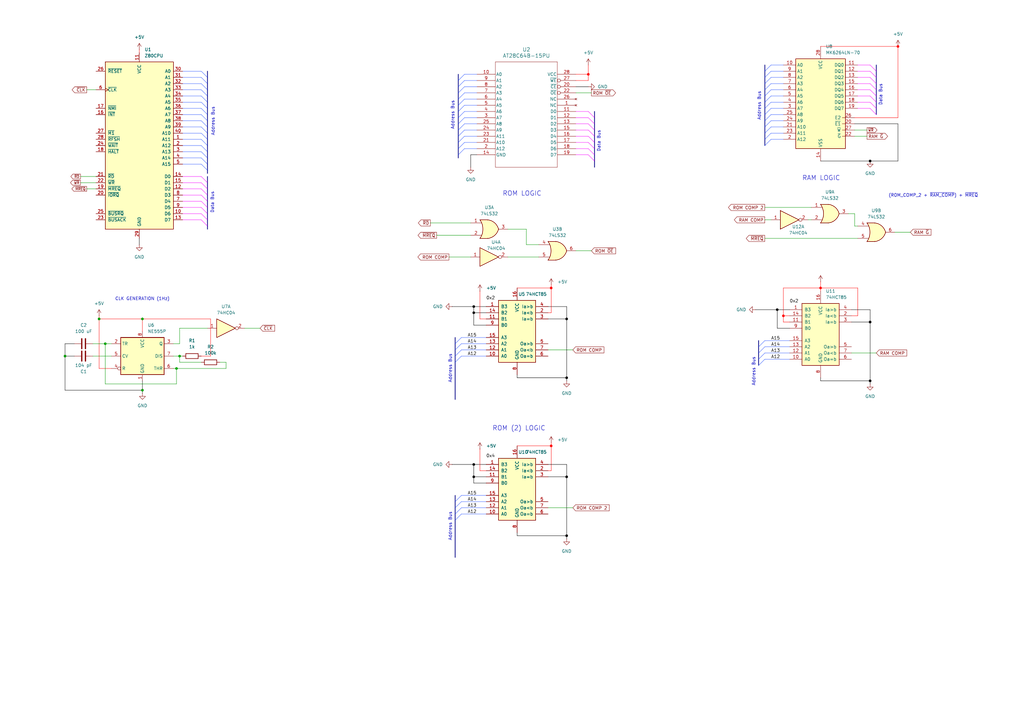
<source format=kicad_sch>
(kicad_sch (version 20250114) (generator "eeschema") (generator_version "9.0")
  (paper "A3")
  (text "(ROM_COMP_2 + ~{RAM_COMP}) + ~{MREQ}" (at 382.778 80.264 0) (effects (font (size 1.27 1.27))))
  (text "Address Bus" (at 184.658 215.9 90) (effects (font (size 1.27 1.27))))
  (text "CLK GENERATION (1Hz)" (at 58.42 122.682 0) (effects (font (size 1.27 1.27))))
  (text "RAM LOGIC" (at 336.804 73.152 0) (effects (font (size 1.905 1.905))))
  (text "ROM LOGIC" (at 214.122 79.502 0) (effects (font (size 1.905 1.905))))
  (text "Data Bus" (at 361.188 38.862 90) (effects (font (size 1.27 1.27))))
  (text "Address Bus" (at 184.658 151.13 90) (effects (font (size 1.27 1.27))))
  (text "Address Bus" (at 87.376 49.784 90) (effects (font (size 1.27 1.27))))
  (text "ROM (2) LOGIC" (at 212.852 175.768 0) (effects (font (size 1.905 1.905))))
  (text "Address Bus" (at 309.118 152.4 90) (effects (font (size 1.27 1.27))))
  (text "Address Bus" (at 311.404 43.434 90) (effects (font (size 1.27 1.27))))
  (text "Address Bus" (at 185.674 47.244 90) (effects (font (size 1.27 1.27))))
  (text "Data Bus" (at 245.618 57.912 90) (effects (font (size 1.27 1.27))))
  (text "Data Bus" (at 87.122 83.058 90) (effects (font (size 1.27 1.27))))
  (junction (at 241.3 30.48) (color 255 0 0 1))
  (junction (at 226.06 182.88) (color 255 0 0 1))
  (junction (at 58.42 160.02))
  (junction (at 26.67 146.05))
  (junction (at 356.87 132.08) (color 0 0 0 1))
  (junction (at 232.41 154.94) (color 0 0 0 1))
  (junction (at 336.55 118.11) (color 255 0 0 1))
  (junction (at 73.66 146.05))
  (junction (at 318.77 127) (color 0 0 0 1))
  (junction (at 321.31 129.54) (color 255 0 0 1))
  (junction (at 226.06 118.11) (color 255 0 0 1))
  (junction (at 232.41 130.81) (color 0 0 0 1))
  (junction (at 194.31 125.73) (color 0 0 0 1))
  (junction (at 194.31 128.27) (color 0 0 0 1))
  (junction (at 194.31 195.58) (color 0 0 0 1))
  (junction (at 72.39 151.13))
  (junction (at 356.87 156.21) (color 0 0 0 1))
  (junction (at 194.31 190.5) (color 0 0 0 1))
  (junction (at 58.42 130.81))
  (junction (at 368.3 19.05) (color 255 0 0 1))
  (junction (at 43.18 140.97))
  (junction (at 356.87 66.04) (color 0 0 0 1))
  (junction (at 232.41 219.71) (color 0 0 0 1))
  (junction (at 232.41 195.58) (color 0 0 0 1))
  (junction (at 40.64 130.81))
  (bus_entry (at 241.3 45.72) (size 2.54 2.54) (stroke (width 0) (color 246 7 255 1)))
  (bus_entry (at 190.5 43.18) (size -2.54 2.54) (stroke (width 0) (color 52 92 255 1)))
  (bus_entry (at 186.69 140.97) (size 2.54 -2.54) (stroke (width 0) (color 52 92 255 1)))
  (bus_entry (at 316.23 57.15) (size -2.54 2.54) (stroke (width 0) (color 52 92 255 1)))
  (bus_entry (at 241.3 55.88) (size 2.54 2.54) (stroke (width 0) (color 246 7 255 1)))
  (bus_entry (at 316.23 46.99) (size -2.54 2.54) (stroke (width 0) (color 52 92 255 1)))
  (bus_entry (at 356.87 26.67) (size 2.54 2.54) (stroke (width 0) (color 246 7 255 1)))
  (bus_entry (at 186.69 213.36) (size 2.54 -2.54) (stroke (width 0) (color 52 92 255 1)))
  (bus_entry (at 82.55 49.53) (size 2.54 2.54) (stroke (width 0) (color 52 92 255 1)))
  (bus_entry (at 316.23 39.37) (size -2.54 2.54) (stroke (width 0) (color 52 92 255 1)))
  (bus_entry (at 241.3 50.8) (size 2.54 2.54) (stroke (width 0) (color 246 7 255 1)))
  (bus_entry (at 316.23 31.75) (size -2.54 2.54) (stroke (width 0) (color 52 92 255 1)))
  (bus_entry (at 356.87 34.29) (size 2.54 2.54) (stroke (width 0) (color 246 7 255 1)))
  (bus_entry (at 82.55 62.23) (size 2.54 2.54) (stroke (width 0) (color 52 92 255 1)))
  (bus_entry (at 82.55 77.47) (size 2.54 2.54) (stroke (width 0) (color 246 7 255 1)))
  (bus_entry (at 82.55 41.91) (size 2.54 2.54) (stroke (width 0) (color 52 92 255 1)))
  (bus_entry (at 316.23 41.91) (size -2.54 2.54) (stroke (width 0) (color 52 92 255 1)))
  (bus_entry (at 316.23 54.61) (size -2.54 2.54) (stroke (width 0) (color 52 92 255 1)))
  (bus_entry (at 311.15 142.24) (size 2.54 -2.54) (stroke (width 0) (color 52 92 255 1)))
  (bus_entry (at 82.55 85.09) (size 2.54 2.54) (stroke (width 0) (color 246 7 255 1)))
  (bus_entry (at 316.23 49.53) (size -2.54 2.54) (stroke (width 0) (color 52 92 255 1)))
  (bus_entry (at 82.55 57.15) (size 2.54 2.54) (stroke (width 0) (color 52 92 255 1)))
  (bus_entry (at 82.55 34.29) (size 2.54 2.54) (stroke (width 0) (color 52 92 255 1)))
  (bus_entry (at 82.55 36.83) (size 2.54 2.54) (stroke (width 0) (color 52 92 255 1)))
  (bus_entry (at 311.15 144.78) (size 2.54 -2.54) (stroke (width 0) (color 52 92 255 1)))
  (bus_entry (at 316.23 34.29) (size -2.54 2.54) (stroke (width 0) (color 52 92 255 1)))
  (bus_entry (at 190.5 35.56) (size -2.54 2.54) (stroke (width 0) (color 52 92 255 1)))
  (bus_entry (at 82.55 72.39) (size 2.54 2.54) (stroke (width 0) (color 246 7 255 1)))
  (bus_entry (at 82.55 44.45) (size 2.54 2.54) (stroke (width 0) (color 52 92 255 1)))
  (bus_entry (at 356.87 41.91) (size 2.54 2.54) (stroke (width 0) (color 246 7 255 1)))
  (bus_entry (at 190.5 55.88) (size -2.54 2.54) (stroke (width 0) (color 52 92 255 1)))
  (bus_entry (at 311.15 149.86) (size 2.54 -2.54) (stroke (width 0) (color 52 92 255 1)))
  (bus_entry (at 316.23 26.67) (size -2.54 2.54) (stroke (width 0) (color 52 92 255 1)))
  (bus_entry (at 82.55 90.17) (size 2.54 2.54) (stroke (width 0) (color 246 7 255 1)))
  (bus_entry (at 82.55 52.07) (size 2.54 2.54) (stroke (width 0) (color 52 92 255 1)))
  (bus_entry (at 190.5 33.02) (size -2.54 2.54) (stroke (width 0) (color 52 92 255 1)))
  (bus_entry (at 241.3 48.26) (size 2.54 2.54) (stroke (width 0) (color 246 7 255 1)))
  (bus_entry (at 82.55 67.31) (size 2.54 2.54) (stroke (width 0) (color 52 92 255 1)))
  (bus_entry (at 316.23 52.07) (size -2.54 2.54) (stroke (width 0) (color 52 92 255 1)))
  (bus_entry (at 82.55 59.69) (size 2.54 2.54) (stroke (width 0) (color 52 92 255 1)))
  (bus_entry (at 190.5 60.96) (size -2.54 2.54) (stroke (width 0) (color 52 92 255 1)))
  (bus_entry (at 241.3 58.42) (size 2.54 2.54) (stroke (width 0) (color 246 7 255 1)))
  (bus_entry (at 82.55 80.01) (size 2.54 2.54) (stroke (width 0) (color 246 7 255 1)))
  (bus_entry (at 82.55 87.63) (size 2.54 2.54) (stroke (width 0) (color 246 7 255 1)))
  (bus_entry (at 241.3 60.96) (size 2.54 2.54) (stroke (width 0) (color 246 7 255 1)))
  (bus_entry (at 82.55 54.61) (size 2.54 2.54) (stroke (width 0) (color 52 92 255 1)))
  (bus_entry (at 190.5 40.64) (size -2.54 2.54) (stroke (width 0) (color 52 92 255 1)))
  (bus_entry (at 82.55 29.21) (size 2.54 2.54) (stroke (width 0) (color 52 92 255 1)))
  (bus_entry (at 190.5 45.72) (size -2.54 2.54) (stroke (width 0) (color 52 92 255 1)))
  (bus_entry (at 186.69 208.28) (size 2.54 -2.54) (stroke (width 0) (color 52 92 255 1)))
  (bus_entry (at 190.5 58.42) (size -2.54 2.54) (stroke (width 0) (color 52 92 255 1)))
  (bus_entry (at 316.23 29.21) (size -2.54 2.54) (stroke (width 0) (color 52 92 255 1)))
  (bus_entry (at 186.69 148.59) (size 2.54 -2.54) (stroke (width 0) (color 52 92 255 1)))
  (bus_entry (at 311.15 147.32) (size 2.54 -2.54) (stroke (width 0) (color 52 92 255 1)))
  (bus_entry (at 186.69 205.74) (size 2.54 -2.54) (stroke (width 0) (color 52 92 255 1)))
  (bus_entry (at 82.55 82.55) (size 2.54 2.54) (stroke (width 0) (color 246 7 255 1)))
  (bus_entry (at 186.69 146.05) (size 2.54 -2.54) (stroke (width 0) (color 52 92 255 1)))
  (bus_entry (at 190.5 48.26) (size -2.54 2.54) (stroke (width 0) (color 52 92 255 1)))
  (bus_entry (at 356.87 39.37) (size 2.54 2.54) (stroke (width 0) (color 246 7 255 1)))
  (bus_entry (at 186.69 210.82) (size 2.54 -2.54) (stroke (width 0) (color 52 92 255 1)))
  (bus_entry (at 316.23 44.45) (size -2.54 2.54) (stroke (width 0) (color 52 92 255 1)))
  (bus_entry (at 356.87 29.21) (size 2.54 2.54) (stroke (width 0) (color 246 7 255 1)))
  (bus_entry (at 190.5 50.8) (size -2.54 2.54) (stroke (width 0) (color 52 92 255 1)))
  (bus_entry (at 82.55 74.93) (size 2.54 2.54) (stroke (width 0) (color 246 7 255 1)))
  (bus_entry (at 316.23 36.83) (size -2.54 2.54) (stroke (width 0) (color 52 92 255 1)))
  (bus_entry (at 356.87 44.45) (size 2.54 2.54) (stroke (width 0) (color 246 7 255 1)))
  (bus_entry (at 186.69 143.51) (size 2.54 -2.54) (stroke (width 0) (color 52 92 255 1)))
  (bus_entry (at 241.3 63.5) (size 2.54 2.54) (stroke (width 0) (color 246 7 255 1)))
  (bus_entry (at 356.87 36.83) (size 2.54 2.54) (stroke (width 0) (color 246 7 255 1)))
  (bus_entry (at 241.3 53.34) (size 2.54 2.54) (stroke (width 0) (color 246 7 255 1)))
  (bus_entry (at 190.5 53.34) (size -2.54 2.54) (stroke (width 0) (color 52 92 255 1)))
  (bus_entry (at 82.55 46.99) (size 2.54 2.54) (stroke (width 0) (color 52 92 255 1)))
  (bus_entry (at 82.55 39.37) (size 2.54 2.54) (stroke (width 0) (color 52 92 255 1)))
  (bus_entry (at 356.87 31.75) (size 2.54 2.54) (stroke (width 0) (color 246 7 255 1)))
  (bus_entry (at 82.55 64.77) (size 2.54 2.54) (stroke (width 0) (color 52 92 255 1)))
  (bus_entry (at 82.55 31.75) (size 2.54 2.54) (stroke (width 0) (color 52 92 255 1)))
  (bus_entry (at 190.5 30.48) (size -2.54 2.54) (stroke (width 0) (color 52 92 255 1)))
  (bus_entry (at 190.5 38.1) (size -2.54 2.54) (stroke (width 0) (color 52 92 255 1)))
  (wire (pts (xy 232.41 154.94) (xy 232.41 130.81)) (stroke (width 0) (color 0 0 0 1)))
  (bus (pts (xy 85.09 36.83) (xy 85.09 39.37)))
  (wire (pts (xy 236.22 102.87) (xy 242.57 102.87)))
  (bus (pts (xy 85.09 85.09) (xy 85.09 87.63)))
  (bus (pts (xy 187.96 33.02) (xy 187.96 35.56)))
  (bus (pts (xy 313.69 52.07) (xy 313.69 54.61)))
  (bus (pts (xy 85.09 46.99) (xy 85.09 49.53)))
  (wire (pts (xy 316.23 39.37) (xy 321.31 39.37)) (stroke (width 0) (color 52 92 255 1)))
  (wire (pts (xy 74.93 64.77) (xy 82.55 64.77)) (stroke (width 0) (color 52 92 255 1)))
  (wire (pts (xy 232.41 154.94) (xy 232.41 156.21)) (stroke (width 0) (color 0 0 0 1)))
  (wire (pts (xy 26.67 140.97) (xy 30.48 140.97)) (stroke (width 0) (color 0 0 0 1)))
  (wire (pts (xy 74.93 85.09) (xy 82.55 85.09)) (stroke (width 0) (color 246 7 255 1)))
  (wire (pts (xy 350.52 50.8) (xy 368.3 50.8)) (stroke (width 0) (color 0 0 0 1)))
  (bus (pts (xy 85.09 67.31) (xy 85.09 69.85)))
  (wire (pts (xy 212.09 154.94) (xy 212.09 153.67)) (stroke (width 0) (color 0 0 0 1)))
  (wire (pts (xy 318.77 127) (xy 318.77 134.62)) (stroke (width 0) (color 0 0 0 1)))
  (wire (pts (xy 57.15 97.79) (xy 57.15 100.33)) (stroke (width 0) (color 0 0 0 1)))
  (bus (pts (xy 187.96 58.42) (xy 187.96 60.96)))
  (wire (pts (xy 226.06 193.04) (xy 224.79 193.04)) (stroke (width 0) (color 255 0 0 1)))
  (bus (pts (xy 85.09 82.55) (xy 85.09 85.09)))
  (wire (pts (xy 194.31 198.12) (xy 199.39 198.12)) (stroke (width 0) (color 0 0 0 1)))
  (bus (pts (xy 186.69 140.97) (xy 186.69 143.51)))
  (bus (pts (xy 359.41 34.29) (xy 359.41 36.83)))
  (wire (pts (xy 316.23 52.07) (xy 321.31 52.07)) (stroke (width 0) (color 52 92 255 1)))
  (bus (pts (xy 313.69 31.75) (xy 313.69 34.29)))
  (bus (pts (xy 187.96 50.8) (xy 187.96 53.34)))
  (wire (pts (xy 72.39 151.13) (xy 72.39 157.48)))
  (bus (pts (xy 85.09 41.91) (xy 85.09 44.45)))
  (wire (pts (xy 74.93 54.61) (xy 82.55 54.61)) (stroke (width 0) (color 52 92 255 1)))
  (wire (pts (xy 224.79 190.5) (xy 232.41 190.5)) (stroke (width 0) (color 0 0 0 1)))
  (wire (pts (xy 226.06 118.11) (xy 226.06 128.27)) (stroke (width 0) (color 255 0 0 1)))
  (wire (pts (xy 90.17 148.59) (xy 92.71 148.59)))
  (wire (pts (xy 236.22 53.34) (xy 241.3 53.34)) (stroke (width 0) (color 246 7 255 1)))
  (wire (pts (xy 74.93 62.23) (xy 82.55 62.23)) (stroke (width 0) (color 52 92 255 1)))
  (wire (pts (xy 232.41 219.71) (xy 212.09 219.71)) (stroke (width 0) (color 0 0 0 1)))
  (wire (pts (xy 58.42 130.81) (xy 58.42 135.89)) (stroke (width 0) (color 255 0 0 1)))
  (wire (pts (xy 26.67 160.02) (xy 26.67 146.05)) (stroke (width 0) (color 0 0 0 1)))
  (wire (pts (xy 241.3 26.67) (xy 241.3 30.48)) (stroke (width 0) (color 255 0 0 1)))
  (bus (pts (xy 359.41 31.75) (xy 359.41 34.29)))
  (wire (pts (xy 74.93 44.45) (xy 82.55 44.45)) (stroke (width 0) (color 52 92 255 1)))
  (bus (pts (xy 85.09 74.93) (xy 85.09 77.47)))
  (bus (pts (xy 186.69 148.59) (xy 186.69 163.83)))
  (bus (pts (xy 186.69 203.2) (xy 186.69 205.74)))
  (wire (pts (xy 368.3 19.05) (xy 368.3 48.26)) (stroke (width 0) (color 255 0 0 1)))
  (wire (pts (xy 73.66 134.62) (xy 85.09 134.62)))
  (wire (pts (xy 86.36 146.05) (xy 82.55 146.05)) (stroke (width 0) (color 255 0 0 1)))
  (wire (pts (xy 196.85 193.04) (xy 196.85 184.15)) (stroke (width 0) (color 255 0 0 1)))
  (wire (pts (xy 316.23 31.75) (xy 321.31 31.75)) (stroke (width 0) (color 52 92 255 1)))
  (wire (pts (xy 316.23 57.15) (xy 321.31 57.15)) (stroke (width 0) (color 52 92 255 1)))
  (wire (pts (xy 189.23 210.82) (xy 199.39 210.82)) (stroke (width 0) (color 52 92 255 1)))
  (wire (pts (xy 321.31 132.08) (xy 323.85 132.08)) (stroke (width 0) (color 255 0 0 1)))
  (wire (pts (xy 74.93 67.31) (xy 82.55 67.31)) (stroke (width 0) (color 52 92 255 1)))
  (wire (pts (xy 350.52 53.34) (xy 355.6 53.34)))
  (wire (pts (xy 40.64 129.54) (xy 40.64 130.81)) (stroke (width 0) (color 255 0 0 1)))
  (bus (pts (xy 85.09 64.77) (xy 85.09 67.31)))
  (wire (pts (xy 26.67 146.05) (xy 26.67 140.97)) (stroke (width 0) (color 0 0 0 1)))
  (bus (pts (xy 85.09 77.47) (xy 85.09 80.01)))
  (wire (pts (xy 190.5 58.42) (xy 195.58 58.42)) (stroke (width 0) (color 52 92 255 1)))
  (wire (pts (xy 74.93 52.07) (xy 82.55 52.07)) (stroke (width 0) (color 52 92 255 1)))
  (wire (pts (xy 26.67 146.05) (xy 30.48 146.05)) (stroke (width 0) (color 0 0 0 1)))
  (bus (pts (xy 187.96 43.18) (xy 187.96 45.72)))
  (bus (pts (xy 243.84 45.72) (xy 243.84 48.26)))
  (wire (pts (xy 74.93 31.75) (xy 82.55 31.75)) (stroke (width 0) (color 52 92 255 1)))
  (wire (pts (xy 236.22 38.1) (xy 242.57 38.1)))
  (bus (pts (xy 85.09 80.01) (xy 85.09 82.55)))
  (wire (pts (xy 190.5 33.02) (xy 195.58 33.02)) (stroke (width 0) (color 52 92 255 1)))
  (wire (pts (xy 316.23 41.91) (xy 321.31 41.91)) (stroke (width 0) (color 52 92 255 1)))
  (bus (pts (xy 313.69 54.61) (xy 313.69 57.15)))
  (bus (pts (xy 186.69 210.82) (xy 186.69 213.36)))
  (wire (pts (xy 86.36 130.81) (xy 86.36 146.05)) (stroke (width 0) (color 255 0 0 1)))
  (wire (pts (xy 71.12 151.13) (xy 72.39 151.13)))
  (wire (pts (xy 336.55 118.11) (xy 321.31 118.11)) (stroke (width 0) (color 255 0 0 1)))
  (bus (pts (xy 187.96 38.1) (xy 187.96 40.64)))
  (wire (pts (xy 74.93 77.47) (xy 82.55 77.47)) (stroke (width 0) (color 246 7 255 1)))
  (bus (pts (xy 313.69 39.37) (xy 313.69 41.91)))
  (wire (pts (xy 350.52 87.63) (xy 350.52 92.71)))
  (wire (pts (xy 190.5 30.48) (xy 195.58 30.48)) (stroke (width 0) (color 52 92 255 1)))
  (wire (pts (xy 189.23 143.51) (xy 199.39 143.51)) (stroke (width 0) (color 52 92 255 1)))
  (wire (pts (xy 190.5 53.34) (xy 195.58 53.34)) (stroke (width 0) (color 52 92 255 1)))
  (wire (pts (xy 350.52 55.88) (xy 355.6 55.88)))
  (bus (pts (xy 186.69 146.05) (xy 186.69 148.59)))
  (wire (pts (xy 194.31 195.58) (xy 194.31 198.12)) (stroke (width 0) (color 0 0 0 1)))
  (wire (pts (xy 190.5 45.72) (xy 195.58 45.72)) (stroke (width 0) (color 52 92 255 1)))
  (bus (pts (xy 85.09 54.61) (xy 85.09 57.15)))
  (wire (pts (xy 236.22 55.88) (xy 241.3 55.88)) (stroke (width 0) (color 246 7 255 1)))
  (bus (pts (xy 187.96 60.96) (xy 187.96 63.5)))
  (wire (pts (xy 212.09 182.88) (xy 226.06 182.88)) (stroke (width 0) (color 255 0 0 1)))
  (wire (pts (xy 190.5 48.26) (xy 195.58 48.26)) (stroke (width 0) (color 52 92 255 1)))
  (wire (pts (xy 190.5 55.88) (xy 195.58 55.88)) (stroke (width 0) (color 52 92 255 1)))
  (wire (pts (xy 194.31 133.35) (xy 199.39 133.35)) (stroke (width 0) (color 0 0 0 1)))
  (wire (pts (xy 58.42 160.02) (xy 58.42 161.29)) (stroke (width 0) (color 0 0 0 1)))
  (wire (pts (xy 318.77 127) (xy 323.85 127)) (stroke (width 0) (color 0 0 0 1)))
  (wire (pts (xy 40.64 151.13) (xy 45.72 151.13)) (stroke (width 0) (color 255 0 0 1)))
  (bus (pts (xy 313.69 46.99) (xy 313.69 49.53)))
  (wire (pts (xy 232.41 130.81) (xy 232.41 125.73)) (stroke (width 0) (color 0 0 0 1)))
  (wire (pts (xy 185.42 125.73) (xy 194.31 125.73)) (stroke (width 0) (color 0 0 0 1)))
  (wire (pts (xy 232.41 219.71) (xy 232.41 220.98)) (stroke (width 0) (color 0 0 0 1)))
  (wire (pts (xy 313.69 144.78) (xy 323.85 144.78)) (stroke (width 0) (color 52 92 255 1)))
  (wire (pts (xy 224.79 208.28) (xy 234.95 208.28)))
  (wire (pts (xy 351.79 118.11) (xy 351.79 129.54)) (stroke (width 0) (color 255 0 0 1)))
  (bus (pts (xy 187.96 55.88) (xy 187.96 58.42)))
  (wire (pts (xy 196.85 119.38) (xy 196.85 130.81)) (stroke (width 0) (color 255 0 0 1)))
  (wire (pts (xy 212.09 118.11) (xy 226.06 118.11)) (stroke (width 0) (color 255 0 0 1)))
  (bus (pts (xy 243.84 58.42) (xy 243.84 60.96)))
  (bus (pts (xy 85.09 31.75) (xy 85.09 34.29)))
  (wire (pts (xy 336.55 156.21) (xy 336.55 154.94)) (stroke (width 0) (color 0 0 0 1)))
  (wire (pts (xy 196.85 130.81) (xy 199.39 130.81)) (stroke (width 0) (color 255 0 0 1)))
  (wire (pts (xy 226.06 181.61) (xy 226.06 182.88)) (stroke (width 0) (color 255 0 0 1)))
  (wire (pts (xy 351.79 39.37) (xy 356.87 39.37)) (stroke (width 0) (color 246 7 255 1)))
  (wire (pts (xy 38.1 140.97) (xy 43.18 140.97)))
  (bus (pts (xy 85.09 90.17) (xy 85.09 92.71)))
  (wire (pts (xy 190.5 60.96) (xy 195.58 60.96)) (stroke (width 0) (color 52 92 255 1)))
  (wire (pts (xy 351.79 26.67) (xy 356.87 26.67)) (stroke (width 0) (color 246 7 255 1)))
  (wire (pts (xy 236.22 30.48) (xy 241.3 30.48)) (stroke (width 0) (color 255 0 0 1)))
  (wire (pts (xy 368.3 66.04) (xy 368.3 50.8)) (stroke (width 0) (color 0 0 0 1)))
  (wire (pts (xy 74.93 59.69) (xy 82.55 59.69)) (stroke (width 0) (color 52 92 255 1)))
  (wire (pts (xy 74.93 87.63) (xy 82.55 87.63)) (stroke (width 0) (color 246 7 255 1)))
  (bus (pts (xy 359.41 44.45) (xy 359.41 46.99)))
  (wire (pts (xy 92.71 148.59) (xy 92.71 151.13)))
  (wire (pts (xy 356.87 132.08) (xy 356.87 127)) (stroke (width 0) (color 0 0 0 1)))
  (wire (pts (xy 189.23 205.74) (xy 199.39 205.74)) (stroke (width 0) (color 52 92 255 1)))
  (wire (pts (xy 194.31 195.58) (xy 199.39 195.58)) (stroke (width 0) (color 0 0 0 1)))
  (wire (pts (xy 350.52 92.71) (xy 351.79 92.71)))
  (wire (pts (xy 194.31 125.73) (xy 194.31 128.27)) (stroke (width 0) (color 0 0 0 1)))
  (wire (pts (xy 336.55 19.05) (xy 368.3 19.05)) (stroke (width 0) (color 255 0 0 1)))
  (wire (pts (xy 189.23 146.05) (xy 199.39 146.05)) (stroke (width 0) (color 52 92 255 1)))
  (wire (pts (xy 321.31 129.54) (xy 323.85 129.54)) (stroke (width 0) (color 255 0 0 1)))
  (wire (pts (xy 316.23 34.29) (xy 321.31 34.29)) (stroke (width 0) (color 52 92 255 1)))
  (wire (pts (xy 58.42 130.81) (xy 86.36 130.81)) (stroke (width 0) (color 255 0 0 1)))
  (bus (pts (xy 187.96 35.56) (xy 187.96 38.1)))
  (wire (pts (xy 313.69 85.09) (xy 332.74 85.09)))
  (wire (pts (xy 316.23 46.99) (xy 321.31 46.99)) (stroke (width 0) (color 52 92 255 1)))
  (wire (pts (xy 316.23 49.53) (xy 321.31 49.53)) (stroke (width 0) (color 52 92 255 1)))
  (wire (pts (xy 71.12 146.05) (xy 73.66 146.05)))
  (wire (pts (xy 74.93 46.99) (xy 82.55 46.99)) (stroke (width 0) (color 52 92 255 1)))
  (wire (pts (xy 236.22 48.26) (xy 241.3 48.26)) (stroke (width 0) (color 246 7 255 1)))
  (wire (pts (xy 356.87 156.21) (xy 336.55 156.21)) (stroke (width 0) (color 0 0 0 1)))
  (wire (pts (xy 189.23 203.2) (xy 199.39 203.2)) (stroke (width 0) (color 52 92 255 1)))
  (wire (pts (xy 350.52 48.26) (xy 368.3 48.26)) (stroke (width 0) (color 255 0 0 1)))
  (wire (pts (xy 224.79 125.73) (xy 232.41 125.73)) (stroke (width 0) (color 0 0 0 1)))
  (bus (pts (xy 187.96 40.64) (xy 187.96 43.18)))
  (bus (pts (xy 187.96 30.48) (xy 187.96 33.02)))
  (wire (pts (xy 196.85 193.04) (xy 199.39 193.04)) (stroke (width 0) (color 255 0 0 1)))
  (bus (pts (xy 85.09 62.23) (xy 85.09 64.77)))
  (bus (pts (xy 85.09 49.53) (xy 85.09 52.07)))
  (wire (pts (xy 74.93 90.17) (xy 82.55 90.17)) (stroke (width 0) (color 246 7 255 1)))
  (wire (pts (xy 185.42 190.5) (xy 194.31 190.5)) (stroke (width 0) (color 0 0 0 1)))
  (wire (pts (xy 336.55 118.11) (xy 351.79 118.11)) (stroke (width 0) (color 255 0 0 1)))
  (wire (pts (xy 236.22 50.8) (xy 241.3 50.8)) (stroke (width 0) (color 246 7 255 1)))
  (bus (pts (xy 359.41 29.21) (xy 359.41 31.75)))
  (wire (pts (xy 224.79 143.51) (xy 234.95 143.51)))
  (wire (pts (xy 33.02 72.39) (xy 39.37 72.39)))
  (bus (pts (xy 313.69 29.21) (xy 313.69 31.75)))
  (bus (pts (xy 243.84 66.04) (xy 243.84 68.58)))
  (wire (pts (xy 35.56 36.83) (xy 39.37 36.83)))
  (bus (pts (xy 243.84 55.88) (xy 243.84 58.42)))
  (wire (pts (xy 74.93 57.15) (xy 82.55 57.15)) (stroke (width 0) (color 52 92 255 1)))
  (bus (pts (xy 85.09 34.29) (xy 85.09 36.83)))
  (wire (pts (xy 313.69 142.24) (xy 323.85 142.24)) (stroke (width 0) (color 52 92 255 1)))
  (bus (pts (xy 243.84 60.96) (xy 243.84 63.5)))
  (wire (pts (xy 74.93 36.83) (xy 82.55 36.83)) (stroke (width 0) (color 52 92 255 1)))
  (wire (pts (xy 313.69 90.17) (xy 316.23 90.17)))
  (bus (pts (xy 313.69 49.53) (xy 313.69 52.07)))
  (wire (pts (xy 316.23 44.45) (xy 321.31 44.45)) (stroke (width 0) (color 52 92 255 1)))
  (bus (pts (xy 243.84 63.5) (xy 243.84 66.04)))
  (wire (pts (xy 226.06 116.84) (xy 226.06 118.11)) (stroke (width 0) (color 255 0 0 1)))
  (bus (pts (xy 311.15 139.7) (xy 311.15 142.24)))
  (wire (pts (xy 356.87 66.04) (xy 368.3 66.04)) (stroke (width 0) (color 0 0 0 1)))
  (wire (pts (xy 74.93 41.91) (xy 82.55 41.91)) (stroke (width 0) (color 52 92 255 1)))
  (wire (pts (xy 351.79 34.29) (xy 356.87 34.29)) (stroke (width 0) (color 246 7 255 1)))
  (wire (pts (xy 72.39 157.48) (xy 43.18 157.48)))
  (wire (pts (xy 194.31 125.73) (xy 199.39 125.73)) (stroke (width 0) (color 0 0 0 1)))
  (wire (pts (xy 74.93 72.39) (xy 82.55 72.39)) (stroke (width 0) (color 246 7 255 1)))
  (wire (pts (xy 190.5 50.8) (xy 195.58 50.8)) (stroke (width 0) (color 52 92 255 1)))
  (bus (pts (xy 85.09 92.71) (xy 85.09 93.98)))
  (wire (pts (xy 316.23 54.61) (xy 321.31 54.61)) (stroke (width 0) (color 52 92 255 1)))
  (wire (pts (xy 190.5 43.18) (xy 195.58 43.18)) (stroke (width 0) (color 52 92 255 1)))
  (bus (pts (xy 85.09 69.85) (xy 85.09 71.12)))
  (bus (pts (xy 311.15 144.78) (xy 311.15 147.32)))
  (wire (pts (xy 236.22 60.96) (xy 241.3 60.96)) (stroke (width 0) (color 246 7 255 1)))
  (wire (pts (xy 38.1 146.05) (xy 45.72 146.05)))
  (bus (pts (xy 243.84 48.26) (xy 243.84 50.8)))
  (bus (pts (xy 243.84 53.34) (xy 243.84 55.88)))
  (bus (pts (xy 311.15 142.24) (xy 311.15 144.78)))
  (wire (pts (xy 189.23 138.43) (xy 199.39 138.43)) (stroke (width 0) (color 52 92 255 1)))
  (bus (pts (xy 313.69 44.45) (xy 313.69 46.99)))
  (wire (pts (xy 73.66 146.05) (xy 73.66 148.59)))
  (wire (pts (xy 43.18 140.97) (xy 45.72 140.97)))
  (bus (pts (xy 187.96 45.72) (xy 187.96 48.26)))
  (wire (pts (xy 236.22 35.56) (xy 241.3 35.56)) (stroke (width 0) (color 0 0 0 1)))
  (bus (pts (xy 187.96 48.26) (xy 187.96 50.8)))
  (wire (pts (xy 224.79 130.81) (xy 232.41 130.81)) (stroke (width 0) (color 0 0 0 1)))
  (bus (pts (xy 85.09 29.21) (xy 85.09 31.75)))
  (wire (pts (xy 232.41 195.58) (xy 232.41 190.5)) (stroke (width 0) (color 0 0 0 1)))
  (wire (pts (xy 351.79 44.45) (xy 356.87 44.45)) (stroke (width 0) (color 246 7 255 1)))
  (bus (pts (xy 313.69 41.91) (xy 313.69 44.45)))
  (wire (pts (xy 71.12 140.97) (xy 73.66 140.97)))
  (wire (pts (xy 212.09 219.71) (xy 212.09 218.44)) (stroke (width 0) (color 0 0 0 1)))
  (wire (pts (xy 74.93 80.01) (xy 82.55 80.01)) (stroke (width 0) (color 246 7 255 1)))
  (wire (pts (xy 179.07 96.52) (xy 193.04 96.52)))
  (bus (pts (xy 359.41 41.91) (xy 359.41 44.45)))
  (wire (pts (xy 313.69 97.79) (xy 351.79 97.79)))
  (bus (pts (xy 311.15 147.32) (xy 311.15 149.86)))
  (wire (pts (xy 241.3 30.48) (xy 241.3 33.02)) (stroke (width 0) (color 255 0 0 1)))
  (wire (pts (xy 194.31 190.5) (xy 194.31 195.58)) (stroke (width 0) (color 0 0 0 1)))
  (wire (pts (xy 316.23 26.67) (xy 321.31 26.67)) (stroke (width 0) (color 52 92 255 1)))
  (bus (pts (xy 243.84 50.8) (xy 243.84 53.34)))
  (wire (pts (xy 349.25 129.54) (xy 351.79 129.54)) (stroke (width 0) (color 255 0 0 1)))
  (bus (pts (xy 186.69 213.36) (xy 186.69 228.6)))
  (wire (pts (xy 236.22 63.5) (xy 241.3 63.5)) (stroke (width 0) (color 246 7 255 1)))
  (wire (pts (xy 58.42 156.21) (xy 58.42 160.02)) (stroke (width 0) (color 0 0 0 1)))
  (wire (pts (xy 176.53 91.44) (xy 193.04 91.44)))
  (wire (pts (xy 40.64 130.81) (xy 40.64 151.13)) (stroke (width 0) (color 255 0 0 1)))
  (wire (pts (xy 193.04 63.5) (xy 195.58 63.5)) (stroke (width 0) (color 0 0 0 1)))
  (wire (pts (xy 356.87 156.21) (xy 356.87 157.48)) (stroke (width 0) (color 0 0 0 1)))
  (bus (pts (xy 359.41 36.83) (xy 359.41 39.37)))
  (wire (pts (xy 35.56 77.47) (xy 39.37 77.47)))
  (bus (pts (xy 85.09 52.07) (xy 85.09 54.61)))
  (bus (pts (xy 187.96 53.34) (xy 187.96 55.88)))
  (wire (pts (xy 184.15 105.41) (xy 193.04 105.41)))
  (wire (pts (xy 236.22 33.02) (xy 241.3 33.02)) (stroke (width 0) (color 255 0 0 1)))
  (wire (pts (xy 208.28 93.98) (xy 215.9 93.98)))
  (wire (pts (xy 318.77 134.62) (xy 323.85 134.62)) (stroke (width 0) (color 0 0 0 1)))
  (bus (pts (xy 313.69 34.29) (xy 313.69 36.83)))
  (wire (pts (xy 190.5 38.1) (xy 195.58 38.1)) (stroke (width 0) (color 52 92 255 1)))
  (wire (pts (xy 74.93 34.29) (xy 82.55 34.29)) (stroke (width 0) (color 52 92 255 1)))
  (wire (pts (xy 351.79 29.21) (xy 356.87 29.21)) (stroke (width 0) (color 246 7 255 1)))
  (wire (pts (xy 74.93 74.93) (xy 82.55 74.93)) (stroke (width 0) (color 246 7 255 1)))
  (wire (pts (xy 215.9 100.33) (xy 220.98 100.33)))
  (wire (pts (xy 313.69 139.7) (xy 323.85 139.7)) (stroke (width 0) (color 52 92 255 1)))
  (bus (pts (xy 85.09 44.45) (xy 85.09 46.99)))
  (wire (pts (xy 33.02 74.93) (xy 39.37 74.93)))
  (wire (pts (xy 100.33 134.62) (xy 106.68 134.62)))
  (bus (pts (xy 313.69 36.83) (xy 313.69 39.37)))
  (wire (pts (xy 236.22 45.72) (xy 241.3 45.72)) (stroke (width 0) (color 246 7 255 1)))
  (bus (pts (xy 85.09 39.37) (xy 85.09 41.91)))
  (wire (pts (xy 215.9 93.98) (xy 215.9 100.33)))
  (wire (pts (xy 208.28 105.41) (xy 220.98 105.41)))
  (wire (pts (xy 349.25 132.08) (xy 356.87 132.08)) (stroke (width 0) (color 0 0 0 1)))
  (bus (pts (xy 85.09 57.15) (xy 85.09 59.69)))
  (wire (pts (xy 336.55 66.04) (xy 356.87 66.04)) (stroke (width 0) (color 0 0 0 1)))
  (wire (pts (xy 74.93 29.21) (xy 82.55 29.21)) (stroke (width 0) (color 52 92 255 1)))
  (wire (pts (xy 356.87 156.21) (xy 356.87 132.08)) (stroke (width 0) (color 0 0 0 1)))
  (bus (pts (xy 313.69 26.67) (xy 313.69 29.21)))
  (bus (pts (xy 186.69 143.51) (xy 186.69 146.05)))
  (wire (pts (xy 190.5 40.64) (xy 195.58 40.64)) (stroke (width 0) (color 52 92 255 1)))
  (wire (pts (xy 232.41 154.94) (xy 212.09 154.94)) (stroke (width 0) (color 0 0 0 1)))
  (wire (pts (xy 309.88 127) (xy 318.77 127)) (stroke (width 0) (color 0 0 0 1)))
  (wire (pts (xy 336.55 118.11) (xy 336.55 119.38)) (stroke (width 0) (color 255 0 0 1)))
  (wire (pts (xy 40.64 130.81) (xy 58.42 130.81)) (stroke (width 0) (color 255 0 0 1)))
  (wire (pts (xy 194.31 128.27) (xy 199.39 128.27)) (stroke (width 0) (color 0 0 0 1)))
  (wire (pts (xy 349.25 127) (xy 356.87 127)) (stroke (width 0) (color 0 0 0 1)))
  (wire (pts (xy 43.18 157.48) (xy 43.18 140.97)))
  (wire (pts (xy 349.25 144.78) (xy 359.41 144.78)))
  (wire (pts (xy 189.23 208.28) (xy 199.39 208.28)) (stroke (width 0) (color 52 92 255 1)))
  (wire (pts (xy 347.98 87.63) (xy 350.52 87.63)))
  (bus (pts (xy 186.69 205.74) (xy 186.69 208.28)))
  (wire (pts (xy 73.66 146.05) (xy 74.93 146.05)))
  (wire (pts (xy 316.23 36.83) (xy 321.31 36.83)) (stroke (width 0) (color 52 92 255 1)))
  (bus (pts (xy 313.69 57.15) (xy 313.69 59.69)))
  (wire (pts (xy 232.41 219.71) (xy 232.41 195.58)) (stroke (width 0) (color 0 0 0 1)))
  (wire (pts (xy 57.15 20.32) (xy 57.15 21.59)) (stroke (width 0) (color 255 0 0 1)))
  (wire (pts (xy 331.47 90.17) (xy 332.74 90.17)))
  (wire (pts (xy 72.39 151.13) (xy 92.71 151.13)))
  (wire (pts (xy 74.93 82.55) (xy 82.55 82.55)) (stroke (width 0) (color 246 7 255 1)))
  (wire (pts (xy 74.93 49.53) (xy 82.55 49.53)) (stroke (width 0) (color 52 92 255 1)))
  (wire (pts (xy 224.79 195.58) (xy 232.41 195.58)) (stroke (width 0) (color 0 0 0 1)))
  (wire (pts (xy 73.66 140.97) (xy 73.66 134.62)))
  (wire (pts (xy 313.69 147.32) (xy 323.85 147.32)) (stroke (width 0) (color 52 92 255 1)))
  (wire (pts (xy 351.79 31.75) (xy 356.87 31.75)) (stroke (width 0) (color 246 7 255 1)))
  (wire (pts (xy 194.31 128.27) (xy 194.31 133.35)) (stroke (width 0) (color 0 0 0 1)))
  (wire (pts (xy 189.23 140.97) (xy 199.39 140.97)) (stroke (width 0) (color 52 92 255 1)))
  (wire (pts (xy 58.42 160.02) (xy 26.67 160.02)) (stroke (width 0) (color 0 0 0 1)))
  (bus (pts (xy 186.69 208.28) (xy 186.69 210.82)))
  (bus (pts (xy 85.09 87.63) (xy 85.09 90.17)))
  (bus (pts (xy 359.41 39.37) (xy 359.41 41.91)))
  (wire (pts (xy 321.31 129.54) (xy 321.31 132.08)) (stroke (width 0) (color 255 0 0 1)))
  (wire (pts (xy 236.22 58.42) (xy 241.3 58.42)) (stroke (width 0) (color 246 7 255 1)))
  (bus (pts (xy 85.09 72.39) (xy 85.09 74.93)))
  (wire (pts (xy 73.66 148.59) (xy 82.55 148.59)))
  (wire (pts (xy 190.5 35.56) (xy 195.58 35.56)) (stroke (width 0) (color 52 92 255 1)))
  (bus (pts (xy 186.69 138.43) (xy 186.69 140.97)))
  (wire (pts (xy 194.31 190.5) (xy 199.39 190.5)) (stroke (width 0) (color 0 0 0 1)))
  (wire (pts (xy 367.03 95.25) (xy 373.38 95.25)))
  (wire (pts (xy 226.06 128.27) (xy 224.79 128.27)) (stroke (width 0) (color 255 0 0 1)))
  (wire (pts (xy 351.79 36.83) (xy 356.87 36.83)) (stroke (width 0) (color 246 7 255 1)))
  (wire (pts (xy 226.06 182.88) (xy 226.06 193.04)) (stroke (width 0) (color 255 0 0 1)))
  (bus (pts (xy 187.96 63.5) (xy 187.96 64.77)))
  (bus (pts (xy 85.09 59.69) (xy 85.09 62.23)))
  (wire (pts (xy 316.23 29.21) (xy 321.31 29.21)) (stroke (width 0) (color 52 92 255 1)))
  (bus (pts (xy 359.41 26.67) (xy 359.41 29.21)))
  (wire (pts (xy 321.31 118.11) (xy 321.31 129.54)) (stroke (width 0) (color 255 0 0 1)))
  (wire (pts (xy 336.55 115.57) (xy 336.55 118.11)) (stroke (width 0) (color 255 0 0 1)))
  (wire (pts (xy 74.93 39.37) (xy 82.55 39.37)) (stroke (width 0) (color 52 92 255 1)))
  (wire (pts (xy 193.04 68.58) (xy 193.04 63.5)) (stroke (width 0) (color 0 0 0 1)))
  (wire (pts (xy 351.79 41.91) (xy 356.87 41.91)) (stroke (width 0) (color 246 7 255 1)))
  (label "A14" (at 316.23 142.24 0))
  (label "A12" (at 191.77 146.05 0))
  (label "A13" (at 191.77 208.28 0))
  (label "A13" (at 191.77 143.51 0))
  (label "0x4" (at 199.39 187.96 0))
  (label "0x2" (at 323.85 124.46 0))
  (label "A12" (at 316.23 147.32 0))
  (label "0x2" (at 199.39 123.19 0))
  (label "A15" (at 191.77 203.2 0))
  (label "A14" (at 191.77 140.97 0))
  (label "A13" (at 316.23 144.78 0))
  (label "A15" (at 316.23 139.7 0))
  (label "A15" (at 191.77 138.43 0))
  (label "A12" (at 191.77 210.82 0))
  (label "A14" (at 191.77 205.74 0))
  (global_label "~{MREQ}" (shape output) (at 313.69 97.79 180) (property "Intersheetrefs" "${INTERSHEET_REFS}" (effects (hide yes))))
  (global_label "~{MREQ}" (shape output) (at 179.07 96.52 180) (property "Intersheetrefs" "${INTERSHEET_REFS}" (effects (hide yes))))
  (global_label "ROM COMP 2" (shape input) (at 234.95 208.28 0) (property "Intersheetrefs" "${INTERSHEET_REFS}" (effects (hide yes))))
  (global_label "~{RD}" (shape output) (at 33.02 72.39 180) (effects (font (size 1.016 1.016))) (property "Intersheetrefs" "${INTERSHEET_REFS}" (effects (hide yes))))
  (global_label "~{CLK}" (shape output) (at 35.56 36.83 180) (property "Intersheetrefs" "${INTERSHEET_REFS}" (effects (hide yes))))
  (global_label "RAM ~{G}" (shape input) (at 373.38 95.25 0) (property "Intersheetrefs" "${INTERSHEET_REFS}" (effects (hide yes))))
  (global_label "~{RD}" (shape output) (at 176.53 91.44 180) (property "Intersheetrefs" "${INTERSHEET_REFS}" (effects (hide yes))))
  (global_label "RAM ~{G}" (shape output) (at 355.6 55.88 0) (property "Intersheetrefs" "${INTERSHEET_REFS}" (effects (hide yes))))
  (global_label "RAM COMP" (shape output) (at 313.69 90.17 180) (property "Intersheetrefs" "${INTERSHEET_REFS}" (effects (hide yes))))
  (global_label "ROM ~{OE}" (shape output) (at 242.57 38.1 0) (property "Intersheetrefs" "${INTERSHEET_REFS}" (effects (hide yes))))
  (global_label "~{WR}" (shape output) (at 33.02 74.93 180) (effects (font (size 1.016 1.016))) (property "Intersheetrefs" "${INTERSHEET_REFS}" (effects (hide yes))))
  (global_label "ROM COMP" (shape input) (at 234.95 143.51 0) (property "Intersheetrefs" "${INTERSHEET_REFS}" (effects (hide yes))))
  (global_label "ROM COMP 2" (shape output) (at 313.69 85.09 180) (property "Intersheetrefs" "${INTERSHEET_REFS}" (effects (hide yes))))
  (global_label "RAM COMP" (shape input) (at 359.41 144.78 0) (property "Intersheetrefs" "${INTERSHEET_REFS}" (effects (hide yes))))
  (global_label "~{CLK}" (shape input) (at 106.68 134.62 0) (property "Intersheetrefs" "${INTERSHEET_REFS}" (effects (hide yes))))
  (global_label "ROM ~{OE}" (shape input) (at 242.57 102.87 0) (property "Intersheetrefs" "${INTERSHEET_REFS}" (effects (hide yes))))
  (global_label "ROM COMP" (shape output) (at 184.15 105.41 180) (property "Intersheetrefs" "${INTERSHEET_REFS}" (effects (hide yes))))
  (global_label "~{WR}" (shape output) (at 355.6 53.34 0) (effects (font (size 1.016 1.016))) (property "Intersheetrefs" "${INTERSHEET_REFS}" (effects (hide yes))))
  (global_label "~{MREQ}" (shape output) (at 35.56 77.47 180) (effects (font (size 1.016 1.016))) (property "Intersheetrefs" "${INTERSHEET_REFS}" (effects (hide yes))))
  (symbol (lib_id "power:GND") (at 309.88 127 270) (unit 1)
    (property "Reference" "#PWR011" (effects (hide yes)))
    (property "Value" "GND" (at 306.07 126.9999 90) (effects (justify right)))
    (property "Description" "Power symbol creates a global label with name \"GND\" , ground" (effects (hide yes)))
  )
  (symbol (lib_id "power:+5V") (at 241.3 26.67 0) (unit 1)
    (property "Reference" "#PWR04" (effects (hide yes)))
    (property "Value" "+5V" (at 241.3 21.59 0))
    (property "Description" "Power symbol creates a global label with name \"+5V\"" (effects (hide yes)))
  )
  (symbol (lib_id "power:GND") (at 58.42 161.29 0) (unit 1)
    (property "Reference" "#PWR09" (effects (hide yes)))
    (property "Value" "GND" (at 58.42 166.37 0))
    (property "Description" "Power symbol creates a global label with name \"GND\" , ground" (effects (hide yes)))
  )
  (symbol (lib_id "Device:R") (at 78.74 146.05 270) (unit 1)
    (property "Reference" "R1" (at 78.74 139.7 90))
    (property "Value" "1k" (at 78.74 142.24 90))
    (property "Description" "Resistor" (effects (hide yes)))
  )
  (symbol (lib_id "74xx:74HC04") (at 323.85 90.17 0) (unit 1)
    (property "Reference" "U12" (at 327.406 92.964 0))
    (property "Value" "74HC04" (at 327.406 95.504 0))
    (property "Datasheet" "https://assets.nexperia.com/documents/data-sheet/74HC_HCT04.pdf" (effects (hide yes)))
    (property "Description" "Hex Inverter" (effects (hide yes)))
  )
  (symbol (lib_id "74xx:74LS32") (at 359.41 95.25 0) (unit 2)
    (property "Reference" "U9" (at 359.41 86.36 0))
    (property "Value" "74LS32" (at 359.41 88.9 0))
    (property "Datasheet" "http://www.ti.com/lit/gpn/sn74LS32" (effects (hide yes)))
    (property "Description" "Quad 2-input OR" (effects (hide yes)))
  )
  (symbol (lib_id "power:+5V") (at 368.3 19.05 0) (unit 1)
    (property "Reference" "#PWR015" (effects (hide yes)))
    (property "Value" "+5V" (at 368.3 13.97 0))
    (property "Description" "Power symbol creates a global label with name \"+5V\"" (effects (hide yes)))
  )
  (symbol (lib_id "power:+5V") (at 40.64 129.54 0) (unit 1)
    (property "Reference" "#PWR010" (effects (hide yes)))
    (property "Value" "+5V" (at 40.64 124.46 0))
    (property "Description" "Power symbol creates a global label with name \"+5V\"" (effects (hide yes)))
  )
  (symbol (lib_id "Symbols:MK6264LN-70") (at 336.55 57.15 0) (unit 1)
    (property "Reference" "U8" (at 338.6933 19.05 0) (effects (justify left)))
    (property "Value" "MK6264LN-70" (at 338.6933 21.59 0) (effects (justify left)))
  )
  (symbol (lib_id "power:+5V") (at 226.06 116.84 0) (unit 1)
    (property "Reference" "#PWR07" (effects (hide yes)))
    (property "Value" "+5V" (at 228.6 115.5699 0) (effects (justify left)))
    (property "Description" "Power symbol creates a global label with name \"+5V\"" (effects (hide yes)))
  )
  (symbol (lib_id "power:GND") (at 232.41 220.98 0) (unit 1)
    (property "Reference" "#PWR020" (effects (hide yes)))
    (property "Value" "GND" (at 232.41 226.06 0))
    (property "Description" "Power symbol creates a global label with name \"GND\" , ground" (effects (hide yes)))
  )
  (symbol (lib_id "Timer:NE555P") (at 58.42 146.05 0) (unit 1)
    (property "Reference" "U6" (at 60.5633 133.35 0) (effects (justify left)))
    (property "Value" "NE555P" (at 60.5633 135.89 0) (effects (justify left)))
    (property "Footprint" "Package_DIP:DIP-8_W7.62mm" (effects (hide yes)))
    (property "Datasheet" "http://www.ti.com/lit/ds/symlink/ne555.pdf" (effects (hide yes)))
    (property "Description" "Precision Timers, 555 compatible,  PDIP-8" (effects (hide yes)))
  )
  (symbol (lib_id "power:GND") (at 193.04 68.58 0) (unit 1)
    (property "Reference" "#PWR03" (effects (hide yes)))
    (property "Value" "GND" (at 193.04 73.66 0))
    (property "Description" "Power symbol creates a global label with name \"GND\" , ground" (effects (hide yes)))
  )
  (symbol (lib_id "power:+5V") (at 196.85 119.38 0) (unit 1)
    (property "Reference" "#PWR016" (effects (hide yes)))
    (property "Value" "+5V" (at 199.39 118.1099 0) (effects (justify left)))
    (property "Description" "Power symbol creates a global label with name \"+5V\"" (effects (hide yes)))
  )
  (symbol (lib_id "Device:R") (at 86.36 148.59 90) (unit 1)
    (property "Reference" "R2" (at 86.36 142.24 90))
    (property "Value" "100k" (at 86.36 144.78 90))
    (property "Description" "Resistor" (effects (hide yes)))
  )
  (symbol (lib_id "CPU:Z80CPU") (at 57.15 59.69 0) (unit 1)
    (property "Reference" "U1" (at 59.2933 20.32 0) (effects (justify left)))
    (property "Value" "Z80CPU" (at 59.2933 22.86 0) (effects (justify left)))
    (property "Datasheet" "www.zilog.com/manage_directlink.php?filepath=docs/z80/um0080" (effects (hide yes)))
    (property "Description" "8-bit General Purpose Microprocessor, DIP-40" (effects (hide yes)))
  )
  (symbol (lib_id "74xx:74LS32") (at 340.36 87.63 0) (unit 1)
    (property "Reference" "U9" (at 340.36 78.74 0))
    (property "Value" "74LS32" (at 340.36 81.28 0))
    (property "Datasheet" "http://www.ti.com/lit/gpn/sn74LS32" (effects (hide yes)))
    (property "Description" "Quad 2-input OR" (effects (hide yes)))
  )
  (symbol (lib_id "power:GND") (at 232.41 156.21 0) (unit 1)
    (property "Reference" "#PWR06" (effects (hide yes)))
    (property "Value" "GND" (at 232.41 161.29 0))
    (property "Description" "Power symbol creates a global label with name \"GND\" , ground" (effects (hide yes)))
  )
  (symbol (lib_id "74xx:74HCT85") (at 336.55 137.16 0) (unit 1)
    (property "Reference" "U11" (at 338.6933 119.38 0) (effects (justify left)))
    (property "Value" "74HCT85" (at 338.6933 121.92 0) (effects (justify left)))
    (property "Datasheet" "https://assets.nexperia.com/documents/data-sheet/74HC_HCT85.pdf" (effects (hide yes)))
    (property "Description" "4-bit Comparator" (effects (hide yes)))
  )
  (symbol (lib_id "74xx:74LS32") (at 200.66 93.98 0) (unit 1)
    (property "Reference" "U3" (at 200.66 85.09 0))
    (property "Value" "74LS32" (at 200.66 87.63 0))
    (property "Datasheet" "http://www.ti.com/lit/gpn/sn74LS32" (effects (hide yes)))
    (property "Description" "Quad 2-input OR" (effects (hide yes)))
  )
  (symbol (lib_id "power:GND") (at 185.42 190.5 270) (unit 1)
    (property "Reference" "#PWR017" (effects (hide yes)))
    (property "Value" "GND" (at 181.61 190.4999 90) (effects (justify right)))
    (property "Description" "Power symbol creates a global label with name \"GND\" , ground" (effects (hide yes)))
  )
  (symbol (lib_id "power:GND") (at 241.3 35.56 90) (unit 1)
    (property "Reference" "#PWR05" (effects (hide yes)))
    (property "Value" "GND" (at 245.11 35.5599 90) (effects (justify right)))
    (property "Description" "Power symbol creates a global label with name \"GND\" , ground" (effects (hide yes)))
  )
  (symbol (lib_id "power:+5V") (at 336.55 115.57 0) (unit 1)
    (property "Reference" "#PWR012" (effects (hide yes)))
    (property "Value" "+5V" (effects (hide yes)))
    (property "Description" "Power symbol creates a global label with name \"+5V\"" (effects (hide yes)))
  )
  (symbol (lib_id "74xx:74HCT85") (at 212.09 135.89 0) (unit 1)
    (property "Reference" "U5" (at 212.598 120.65 0) (effects (justify left)))
    (property "Value" "74HCT85" (at 215.646 120.65 0) (effects (justify left)))
    (property "Datasheet" "https://assets.nexperia.com/documents/data-sheet/74HC_HCT85.pdf" (effects (hide yes)))
    (property "Description" "4-bit Comparator" (effects (hide yes)))
  )
  (symbol (lib_id "power:+5V") (at 57.15 20.32 0) (unit 1)
    (property "Reference" "#PWR01" (effects (hide yes)))
    (property "Value" "+5V" (at 57.15 15.24 0))
    (property "Description" "Power symbol creates a global label with name \"+5V\"" (effects (hide yes)))
  )
  (symbol (lib_id "Symbols:AT28C64B-15PU") (at 195.58 30.48 0) (unit 1)
    (property "Reference" "U2" (at 215.9 20.32 0) (effects (font (size 1.524 1.524))))
    (property "Value" "AT28C64B-15PU" (at 215.9 22.86 0) (effects (font (size 1.524 1.524))))
    (property "Footprint" "28P6_ATM" (effects (hide yes)))
    (property "Datasheet" "AT28C64B-15PU" (effects (hide yes)))
  )
  (symbol (lib_id "power:GND") (at 356.87 66.04 0) (unit 1)
    (property "Reference" "#PWR014" (effects (hide yes)))
    (property "Value" "GND" (at 356.87 71.12 0))
    (property "Description" "Power symbol creates a global label with name \"GND\" , ground" (effects (hide yes)))
  )
  (symbol (lib_id "power:+5V") (at 226.06 181.61 0) (unit 1)
    (property "Reference" "#PWR019" (effects (hide yes)))
    (property "Value" "+5V" (at 228.6 180.3399 0) (effects (justify left)))
    (property "Description" "Power symbol creates a global label with name \"+5V\"" (effects (hide yes)))
  )
  (symbol (lib_id "power:+5V") (at 196.85 184.15 0) (unit 1)
    (property "Reference" "#PWR018" (effects (hide yes)))
    (property "Value" "+5V" (at 199.39 182.8799 0) (effects (justify left)))
    (property "Description" "Power symbol creates a global label with name \"+5V\"" (effects (hide yes)))
  )
  (symbol (lib_id "Device:C") (at 34.29 146.05 90) (unit 1)
    (property "Reference" "C1" (at 34.29 152.4 90))
    (property "Value" "104 pF" (at 34.29 149.86 90))
    (property "Description" "Unpolarized capacitor" (effects (hide yes)))
  )
  (symbol (lib_id "power:GND") (at 57.15 100.33 0) (unit 1)
    (property "Reference" "#PWR02" (effects (hide yes)))
    (property "Value" "GND" (at 57.15 105.41 0))
    (property "Description" "Power symbol creates a global label with name \"GND\" , ground" (effects (hide yes)))
  )
  (symbol (lib_id "74xx:74HC04") (at 92.71 134.62 0) (unit 1)
    (property "Reference" "U7" (at 92.71 125.73 0))
    (property "Value" "74HC04" (at 92.71 128.27 0))
    (property "Datasheet" "https://assets.nexperia.com/documents/data-sheet/74HC_HCT04.pdf" (effects (hide yes)))
    (property "Description" "Hex Inverter" (effects (hide yes)))
  )
  (symbol (lib_id "Device:C") (at 34.29 140.97 90) (unit 1)
    (property "Reference" "C2" (at 34.29 133.35 90))
    (property "Value" "100 uF" (at 34.29 135.89 90))
    (property "Description" "Unpolarized capacitor" (effects (hide yes)))
  )
  (symbol (lib_id "74xx:74HC04") (at 200.66 105.41 0) (unit 1)
    (property "Reference" "U4" (at 203.454 99.314 0))
    (property "Value" "74HC04" (at 203.454 101.854 0))
    (property "Datasheet" "https://assets.nexperia.com/documents/data-sheet/74HC_HCT04.pdf" (effects (hide yes)))
    (property "Description" "Hex Inverter" (effects (hide yes)))
  )
  (symbol (lib_id "power:GND") (at 356.87 157.48 0) (unit 1)
    (property "Reference" "#PWR013" (effects (hide yes)))
    (property "Value" "GND" (at 356.87 162.56 0))
    (property "Description" "Power symbol creates a global label with name \"GND\" , ground" (effects (hide yes)))
  )
  (symbol (lib_id "74xx:74LS32") (at 228.6 102.87 0) (unit 2)
    (property "Reference" "U3" (at 228.6 93.98 0))
    (property "Value" "74LS32" (at 228.6 96.52 0))
    (property "Datasheet" "http://www.ti.com/lit/gpn/sn74LS32" (effects (hide yes)))
    (property "Description" "Quad 2-input OR" (effects (hide yes)))
  )
  (symbol (lib_id "power:GND") (at 185.42 125.73 270) (unit 1)
    (property "Reference" "#PWR08" (effects (hide yes)))
    (property "Value" "GND" (at 181.61 125.7299 90) (effects (justify right)))
    (property "Description" "Power symbol creates a global label with name \"GND\" , ground" (effects (hide yes)))
  )
  (symbol (lib_id "74xx:74HCT85") (at 212.09 200.66 0) (unit 1)
    (property "Reference" "U10" (at 212.598 185.42 0) (effects (justify left)))
    (property "Value" "74HCT85" (at 215.646 185.42 0) (effects (justify left)))
    (property "Datasheet" "https://assets.nexperia.com/documents/data-sheet/74HC_HCT85.pdf" (effects (hide yes)))
    (property "Description" "4-bit Comparator" (effects (hide yes)))
  )
)
</source>
